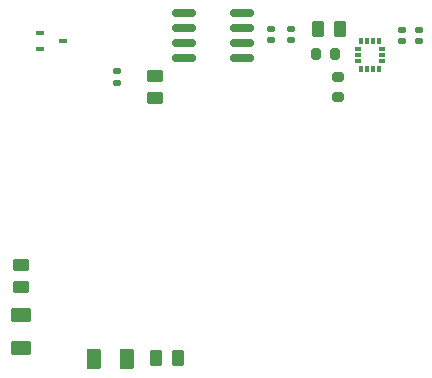
<source format=gtp>
G04 #@! TF.GenerationSoftware,KiCad,Pcbnew,7.0.8*
G04 #@! TF.CreationDate,2023-12-02T16:39:51-07:00*
G04 #@! TF.ProjectId,IMUBox,494d5542-6f78-42e6-9b69-6361645f7063,v2*
G04 #@! TF.SameCoordinates,Original*
G04 #@! TF.FileFunction,Paste,Top*
G04 #@! TF.FilePolarity,Positive*
%FSLAX46Y46*%
G04 Gerber Fmt 4.6, Leading zero omitted, Abs format (unit mm)*
G04 Created by KiCad (PCBNEW 7.0.8) date 2023-12-02 16:39:51*
%MOMM*%
%LPD*%
G01*
G04 APERTURE LIST*
G04 Aperture macros list*
%AMRoundRect*
0 Rectangle with rounded corners*
0 $1 Rounding radius*
0 $2 $3 $4 $5 $6 $7 $8 $9 X,Y pos of 4 corners*
0 Add a 4 corners polygon primitive as box body*
4,1,4,$2,$3,$4,$5,$6,$7,$8,$9,$2,$3,0*
0 Add four circle primitives for the rounded corners*
1,1,$1+$1,$2,$3*
1,1,$1+$1,$4,$5*
1,1,$1+$1,$6,$7*
1,1,$1+$1,$8,$9*
0 Add four rect primitives between the rounded corners*
20,1,$1+$1,$2,$3,$4,$5,0*
20,1,$1+$1,$4,$5,$6,$7,0*
20,1,$1+$1,$6,$7,$8,$9,0*
20,1,$1+$1,$8,$9,$2,$3,0*%
G04 Aperture macros list end*
%ADD10RoundRect,0.150000X0.825000X0.150000X-0.825000X0.150000X-0.825000X-0.150000X0.825000X-0.150000X0*%
%ADD11RoundRect,0.140000X-0.170000X0.140000X-0.170000X-0.140000X0.170000X-0.140000X0.170000X0.140000X0*%
%ADD12RoundRect,0.200000X0.200000X0.275000X-0.200000X0.275000X-0.200000X-0.275000X0.200000X-0.275000X0*%
%ADD13RoundRect,0.250000X-0.450000X0.262500X-0.450000X-0.262500X0.450000X-0.262500X0.450000X0.262500X0*%
%ADD14RoundRect,0.200000X-0.275000X0.200000X-0.275000X-0.200000X0.275000X-0.200000X0.275000X0.200000X0*%
%ADD15RoundRect,0.140000X0.170000X-0.140000X0.170000X0.140000X-0.170000X0.140000X-0.170000X-0.140000X0*%
%ADD16RoundRect,0.250000X0.450000X-0.262500X0.450000X0.262500X-0.450000X0.262500X-0.450000X-0.262500X0*%
%ADD17RoundRect,0.250000X-0.375000X-0.625000X0.375000X-0.625000X0.375000X0.625000X-0.375000X0.625000X0*%
%ADD18R,0.300000X0.480000*%
%ADD19R,0.480000X0.300000*%
%ADD20RoundRect,0.250000X-0.262500X-0.450000X0.262500X-0.450000X0.262500X0.450000X-0.262500X0.450000X0*%
%ADD21R,0.700000X0.450000*%
%ADD22RoundRect,0.250000X0.625000X-0.375000X0.625000X0.375000X-0.625000X0.375000X-0.625000X-0.375000X0*%
%ADD23RoundRect,0.135000X0.185000X-0.135000X0.185000X0.135000X-0.185000X0.135000X-0.185000X-0.135000X0*%
G04 APERTURE END LIST*
D10*
X140675000Y-47205000D03*
X140675000Y-45935000D03*
X140675000Y-44665000D03*
X140675000Y-43395000D03*
X135725000Y-43395000D03*
X135725000Y-44665000D03*
X135725000Y-45935000D03*
X135725000Y-47205000D03*
D11*
X155593750Y-44833750D03*
X155593750Y-45793750D03*
D12*
X148518750Y-46893750D03*
X146868750Y-46893750D03*
D13*
X133300000Y-48800000D03*
X133300000Y-50625000D03*
D11*
X143093750Y-44793750D03*
X143093750Y-45753750D03*
D14*
X148800000Y-48875000D03*
X148800000Y-50525000D03*
D15*
X154193750Y-45793750D03*
X154193750Y-44833750D03*
D16*
X121900000Y-66612500D03*
X121900000Y-64787500D03*
D11*
X144793750Y-44793750D03*
X144793750Y-45753750D03*
D17*
X128100000Y-72700000D03*
X130900000Y-72700000D03*
D18*
X150743750Y-48156250D03*
X151243750Y-48156250D03*
X151743750Y-48156250D03*
X152243750Y-48156250D03*
D19*
X152493750Y-47493750D03*
X152493750Y-46993750D03*
X152493750Y-46493750D03*
D18*
X152243750Y-45831250D03*
X151743750Y-45831250D03*
X151243750Y-45831250D03*
X150743750Y-45831250D03*
D19*
X150493750Y-46493750D03*
X150493750Y-46993750D03*
X150493750Y-47493750D03*
D20*
X147081250Y-44793750D03*
X148906250Y-44793750D03*
X133397500Y-72640000D03*
X135222500Y-72640000D03*
D21*
X123500000Y-45150000D03*
X123500000Y-46450000D03*
X125500000Y-45800000D03*
D22*
X121900000Y-71800000D03*
X121900000Y-69000000D03*
D23*
X130100000Y-49345000D03*
X130100000Y-48325000D03*
M02*

</source>
